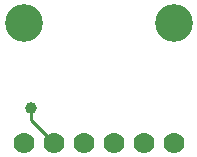
<source format=gbr>
G04 EAGLE Gerber RS-274X export*
G75*
%MOMM*%
%FSLAX34Y34*%
%LPD*%
%INBottom Copper*%
%IPPOS*%
%AMOC8*
5,1,8,0,0,1.08239X$1,22.5*%
G01*
%ADD10C,1.778000*%
%ADD11C,3.200000*%
%ADD12C,1.008000*%
%ADD13C,0.254000*%


D10*
X152400Y25400D03*
X127000Y25400D03*
X101600Y25400D03*
X76200Y25400D03*
X50800Y25400D03*
X25400Y25400D03*
D11*
X25400Y127000D03*
X152400Y127000D03*
D12*
X31560Y54420D03*
D13*
X31560Y44640D02*
X50800Y25400D01*
X31560Y44640D02*
X31560Y54420D01*
M02*

</source>
